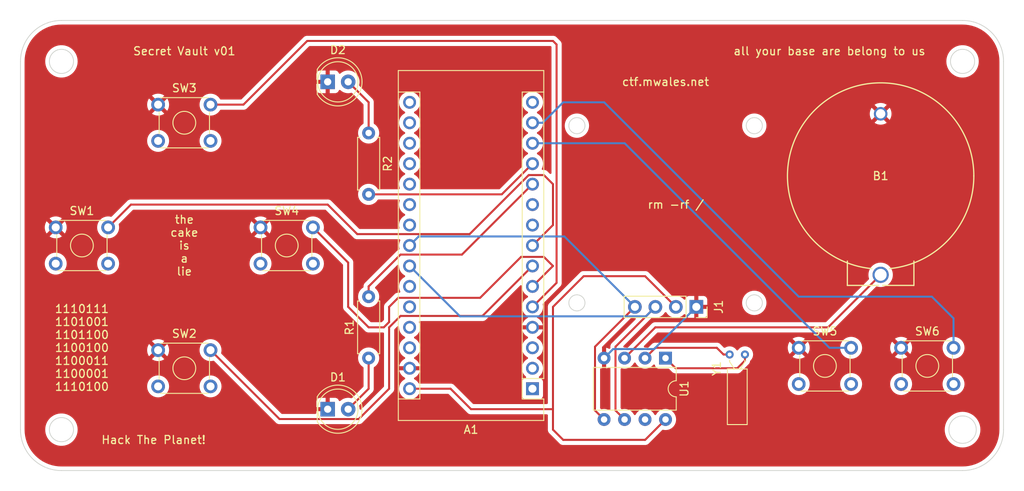
<source format=kicad_pcb>
(kicad_pcb (version 20211014) (generator pcbnew)
  (title_block (rev "v01") (comment 4 "Author: boot_force"))
  (layers (0 "F.Cu" signal) (31 "B.Cu" signal) (34 "B.Paste" user) (35 "F.Paste" user) (36 "B.SilkS" user "B.Silkscreen") (37 "F.SilkS" user "F.Silkscreen") (38 "B.Mask" user) (39 "F.Mask" user) (44 "Edge.Cuts" user))
  (net 0 "")
  (net 4 "OLED_GND")
  (net 5 "Net-(A1-Pad5)")
  (net 6 "Net-(A1-Pad6)")
  (net 7 "Net-(A1-Pad7)")
  (net 8 "Net-(A1-Pad8)")
  (net 11 "Net-(A1-Pad11)")
  (net 12 "Net-(A1-Pad12)")
  (net 13 "Net-(A1-Pad13)")
  (net 14 "Net-(A1-Pad14)")
  (net 23 "OLED_SDA")
  (net 24 "OLED_SCK")
  (net 29 "OLED_VDD")
  (net 30 "Net-(D1-Pad2)")
  (net 31 "Net-(D2-Pad2)")
  (net 32 "Net-(U1-Pad1)")
  (net 33 "Net-(U1-Pad2)")
  (net 34 "Net-(B1-Pad2)")
  (footprint "Connector_PinSocket_2.54mm:PinSocket_1x04_P2.54mm_Vertical" (layer "F.Cu") (at 144.78 106.68 -90)
    (fp_text reference "J1" (at 0 -2.77 90) (layer "F.SilkS"))
    (fp_text value "Conn_01x04_Female")
    (fp_line (start 0 -1.33) (end 1.33 -1.33) (layer "F.SilkS") (width 0.12))
    (fp_line (start 1.33 -1.33) (end 1.33 0) (layer "F.SilkS") (width 0.12))
    (fp_line (start -1.33 1.27) (end -1.33 8.95) (layer "F.SilkS") (width 0.12))
    (fp_line (start -1.33 1.27) (end 1.33 1.27) (layer "F.SilkS") (width 0.12))
    (fp_line (start -1.33 8.95) (end 1.33 8.95) (layer "F.SilkS") (width 0.12))
    (fp_line (start 1.33 1.27) (end 1.33 8.95) (layer "F.SilkS") (width 0.12))
    (pad "1" thru_hole rect (at 0 0 270) (size 1.7 1.7) (drill 1) (layers *.Cu *.Mask) (net 4 "OLED_GND"))
    (pad "2" thru_hole oval (at 0 2.54 270) (size 1.7 1.7) (drill 1) (layers *.Cu *.Mask) (net 29 "OLED_VDD"))
    (pad "3" thru_hole oval (at 0 5.08 270) (size 1.7 1.7) (drill 1) (layers *.Cu *.Mask) (net 24 "OLED_SCK"))
    (pad "4" thru_hole oval (at 0 7.62 270) (size 1.7 1.7) (drill 1) (layers *.Cu *.Mask) (net 23 "OLED_SDA"))
  )
  (footprint "Package_DIP:DIP-8_W7.62mm" (layer "F.Cu") (at 140.96 113.04 -90)
    (fp_text reference "U1" (at 3.81 -2.33 90) (layer "F.SilkS"))
    (fp_text value "DS1307N+")
    (fp_line (start 6.46 8.95) (end 6.46 -1.33) (layer "F.SilkS") (width 0.12))
    (fp_line (start 1.16 8.95) (end 6.46 8.95) (layer "F.SilkS") (width 0.12))
    (fp_line (start 6.46 -1.33) (end 4.81 -1.33) (layer "F.SilkS") (width 0.12))
    (fp_line (start 1.16 -1.33) (end 1.16 8.95) (layer "F.SilkS") (width 0.12))
    (fp_line (start 2.81 -1.33) (end 1.16 -1.33) (layer "F.SilkS") (width 0.12))
    (fp_arc (start 4.81 -1.33) (mid 3.81 -0.33) (end 2.81 -1.33) (layer "F.SilkS") (width 0.12))
    (pad "1" thru_hole rect (at 0 0 270) (size 1.6 1.6) (drill 0.8) (layers *.Cu *.Mask) (net 32 "Net-(U1-Pad1)"))
    (pad "2" thru_hole oval (at 0 2.54 270) (size 1.6 1.6) (drill 0.8) (layers *.Cu *.Mask) (net 33 "Net-(U1-Pad2)"))
    (pad "3" thru_hole oval (at 0 5.08 270) (size 1.6 1.6) (drill 0.8) (layers *.Cu *.Mask) (net 34 "Net-(B1-Pad2)"))
    (pad "4" thru_hole oval (at 0 7.62 270) (size 1.6 1.6) (drill 0.8) (layers *.Cu *.Mask) (net 4 "OLED_GND"))
    (pad "5" thru_hole oval (at 7.62 7.62 270) (size 1.6 1.6) (drill 0.8) (layers *.Cu *.Mask) (net 23 "OLED_SDA"))
    (pad "6" thru_hole oval (at 7.62 5.08 270) (size 1.6 1.6) (drill 0.8) (layers *.Cu *.Mask) (net 24 "OLED_SCK"))
    (pad "7" thru_hole oval (at 7.62 2.54 270) (size 1.6 1.6) (drill 0.8) (layers *.Cu *.Mask))
    (pad "8" thru_hole oval (at 7.62 0 270) (size 1.6 1.6) (drill 0.8) (layers *.Cu *.Mask) (net 29 "OLED_VDD"))
  )
  (footprint "Button_Switch_THT:SW_TH_Tactile_Omron_B3F-10xx" (layer "F.Cu") (at 78.03 112.05)
    (fp_text reference "SW2" (at 3.25 -2.05) (layer "F.SilkS"))
    (fp_text value "SW_Push")
    (fp_line (start 0.28 -0.87) (end 6.22 -0.87) (layer "F.SilkS") (width 0.12))
    (fp_line (start 0.28 5.37) (end 6.22 5.37) (layer "F.SilkS") (width 0.12))
    (fp_line (start 6.37 0.91) (end 6.37 3.59) (layer "F.SilkS") (width 0.12))
    (fp_line (start 0.13 3.59) (end 0.13 0.91) (layer "F.SilkS") (width 0.12))
    (fp_circle (center 3.25 2.25) (end 4.25 3.25) (layer "F.SilkS") (width 0.12) (fill none))
    (pad "1" thru_hole circle (at 0 0) (size 1.7 1.7) (drill 1) (layers *.Cu *.Mask) (net 4 "OLED_GND"))
    (pad "2" thru_hole circle (at 6.5 0) (size 1.7 1.7) (drill 1) (layers *.Cu *.Mask) (net 7 "Net-(A1-Pad7)"))
    (pad "3" thru_hole circle (at 0 4.5) (size 1.7 1.7) (drill 1) (layers *.Cu *.Mask))
    (pad "4" thru_hole circle (at 6.5 4.5) (size 1.7 1.7) (drill 1) (layers *.Cu *.Mask))
  )
  (footprint "Button_Switch_THT:SW_TH_Tactile_Omron_B3F-10xx" (layer "F.Cu") (at 78.03 81.57)
    (fp_text reference "SW3" (at 3.25 -2.05) (layer "F.SilkS"))
    (fp_text value "SW_Push")
    (fp_line (start 0.13 3.59) (end 0.13 0.91) (layer "F.SilkS") (width 0.12))
    (fp_line (start 6.37 0.91) (end 6.37 3.59) (layer "F.SilkS") (width 0.12))
    (fp_line (start 0.28 5.37) (end 6.22 5.37) (layer "F.SilkS") (width 0.12))
    (fp_line (start 0.28 -0.87) (end 6.22 -0.87) (layer "F.SilkS") (width 0.12))
    (fp_circle (center 3.25 2.25) (end 4.25 3.25) (layer "F.SilkS") (width 0.12) (fill none))
    (pad "1" thru_hole circle (at 0 0) (size 1.7 1.7) (drill 1) (layers *.Cu *.Mask) (net 4 "OLED_GND"))
    (pad "2" thru_hole circle (at 6.5 0) (size 1.7 1.7) (drill 1) (layers *.Cu *.Mask) (net 5 "Net-(A1-Pad5)"))
    (pad "3" thru_hole circle (at 0 4.5) (size 1.7 1.7) (drill 1) (layers *.Cu *.Mask))
    (pad "4" thru_hole circle (at 6.5 4.5) (size 1.7 1.7) (drill 1) (layers *.Cu *.Mask))
  )
  (footprint "Resistor_THT:R_Axial_DIN0207_L6.3mm_D2.5mm_P7.62mm_Horizontal" (layer "F.Cu") (at 104.14 85.09 -90)
    (fp_text reference "R2" (at 3.81 -2.37 90) (layer "F.SilkS"))
    (fp_text value "330")
    (fp_line (start 0.54 1.37) (end 7.08 1.37) (layer "F.SilkS") (width 0.12))
    (fp_line (start 0.54 -1.37) (end 7.08 -1.37) (layer "F.SilkS") (width 0.12))
    (fp_line (start 7.08 -1.37) (end 7.08 -1.04) (layer "F.SilkS") (width 0.12))
    (fp_line (start 0.54 -1.04) (end 0.54 -1.37) (layer "F.SilkS") (width 0.12))
    (fp_line (start 7.08 1.37) (end 7.08 1.04) (layer "F.SilkS") (width 0.12))
    (fp_line (start 0.54 1.04) (end 0.54 1.37) (layer "F.SilkS") (width 0.12))
    (pad "1" thru_hole circle (at 0 0 270) (size 1.6 1.6) (drill 0.8) (layers *.Cu *.Mask) (net 31 "Net-(D2-Pad2)"))
    (pad "2" thru_hole oval (at 7.62 0 270) (size 1.6 1.6) (drill 0.8) (layers *.Cu *.Mask) (net 12 "Net-(A1-Pad12)"))
  )
  (footprint "Button_Switch_THT:SW_TH_Tactile_Omron_B3F-10xx" (layer "F.Cu") (at 170.18 111.76)
    (fp_text reference "SW6" (at 3.25 -2.05) (layer "F.SilkS"))
    (fp_text value "SW_Push")
    (fp_line (start 0.13 3.59) (end 0.13 0.91) (layer "F.SilkS") (width 0.12))
    (fp_line (start 6.37 0.91) (end 6.37 3.59) (layer "F.SilkS") (width 0.12))
    (fp_line (start 0.28 -0.87) (end 6.22 -0.87) (layer "F.SilkS") (width 0.12))
    (fp_line (start 0.28 5.37) (end 6.22 5.37) (layer "F.SilkS") (width 0.12))
    (fp_circle (center 3.25 2.25) (end 4.25 3.25) (layer "F.SilkS") (width 0.12) (fill none))
    (pad "1" thru_hole circle (at 0 0) (size 1.7 1.7) (drill 1) (layers *.Cu *.Mask) (net 4 "OLED_GND"))
    (pad "2" thru_hole circle (at 6.5 0) (size 1.7 1.7) (drill 1) (layers *.Cu *.Mask) (net 14 "Net-(A1-Pad14)"))
    (pad "3" thru_hole circle (at 0 4.5) (size 1.7 1.7) (drill 1) (layers *.Cu *.Mask))
    (pad "4" thru_hole circle (at 6.5 4.5) (size 1.7 1.7) (drill 1) (layers *.Cu *.Mask))
  )
  (footprint "Crystal:Crystal_C26-LF_D2.1mm_L6.5mm_Horizontal" (layer "F.Cu") (at 148.91 112.59)
    (fp_text reference "Y1" (at -1.6 1.75 90) (layer "F.SilkS"))
    (fp_text value "Crystal")
    (fp_line (start 0.6 1.8) (end 0 0.9) (layer "F.SilkS") (width 0.12))
    (fp_line (start 0 0.9) (end 0 0.7) (layer "F.SilkS") (width 0.12))
    (fp_line (start 2.18 8.7) (end 2.18 1.8) (layer "F.SilkS") (width 0.12))
    (fp_line (start 1.3 1.8) (end 1.9 0.9) (layer "F.SilkS") (width 0.12))
    (fp_line (start 1.9 0.9) (end 1.9 0.7) (layer "F.SilkS") (width 0.12))
    (fp_line (start -0.28 8.7) (end 2.18 8.7) (layer "F.SilkS") (width 0.12))
    (fp_line (start 2.18 1.8) (end -0.28 1.8) (layer "F.SilkS") (width 0.12))
    (fp_line (start -0.28 1.8) (end -0.28 8.7) (layer "F.SilkS") (width 0.12))
    (pad "1" thru_hole circle (at 0 0) (size 1 1) (drill 0.5) (layers *.Cu *.Mask) (net 33 "Net-(U1-Pad2)"))
    (pad "2" thru_hole circle (at 1.9 0) (size 1 1) (drill 0.5) (layers *.Cu *.Mask) (net 32 "Net-(U1-Pad1)"))
  )
  (footprint "bs7batt:BS-7_MPD" (layer "F.Cu") (at 167.64 82.709)
    (fp_text reference "B1" (at 0 7.715 unlocked) (layer "F.SilkS"))
    (fp_text value "BS-7")
    (fp_line (start 4.1275 21.304) (end 4.1275 18.283825) (layer "F.SilkS") (width 0.1524))
    (fp_line (start -4.1275 21.304) (end -0.240585 21.304) (layer "F.SilkS") (width 0.1524))
    (fp_line (start -4.1275 18.283825) (end -4.1275 21.304) (layer "F.SilkS") (width 0.1524))
    (fp_line (start 0.240585 21.304) (end 4.1275 21.304) (layer "F.SilkS") (width 0.1524))
    (fp_arc (start -1.092168 19.220278) (mid -7.776312 -0.834457) (end 11.557 7.715) (layer "F.SilkS") (width 0.1524))
    (fp_arc (start 11.557 7.715006) (mid 8.549455 15.491315) (end 1.092168 19.220278) (layer "F.SilkS") (width 0.1524))
    (pad "1" thru_hole circle (at 0 0) (size 1.6764 1.6764) (drill 1.1684) (layers *.Cu *.Mask) (net 4 "OLED_GND"))
    (pad "2" thru_hole circle (at 0 19.9898) (size 2.0066 2.0066) (drill 1.4986) (layers *.Cu *.Mask) (net 34 "Net-(B1-Pad2)"))
  )
  (footprint "Button_Switch_THT:SW_TH_Tactile_Omron_B3F-10xx" (layer "F.Cu") (at 90.73 96.81)
    (fp_text reference "SW4" (at 3.25 -2.05) (layer "F.SilkS"))
    (fp_text value "SW_Push")
    (fp_line (start 0.28 -0.87) (end 6.22 -0.87) (layer "F.SilkS") (width 0.12))
    (fp_line (start 0.28 5.37) (end 6.22 5.37) (layer "F.SilkS") (width 0.12))
    (fp_line (start 0.13 3.59) (end 0.13 0.91) (layer "F.SilkS") (width 0.12))
    (fp_line (start 6.37 0.91) (end 6.37 3.59) (layer "F.SilkS") (width 0.12))
    (fp_circle (center 3.25 2.25) (end 4.25 3.25) (layer "F.SilkS") (width 0.12) (fill none))
    (pad "1" thru_hole circle (at 0 0) (size 1.7 1.7) (drill 1) (layers *.Cu *.Mask) (net 4 "OLED_GND"))
    (pad "2" thru_hole circle (at 6.5 0) (size 1.7 1.7) (drill 1) (layers *.Cu *.Mask) (net 6 "Net-(A1-Pad6)"))
    (pad "3" thru_hole circle (at 0 4.5) (size 1.7 1.7) (drill 1) (layers *.Cu *.Mask))
    (pad "4" thru_hole circle (at 6.5 4.5) (size 1.7 1.7) (drill 1) (layers *.Cu *.Mask))
  )
  (footprint "Button_Switch_THT:SW_TH_Tactile_Omron_B3F-10xx" (layer "F.Cu") (at 157.48 111.76)
    (fp_text reference "SW5" (at 3.25 -2.05) (layer "F.SilkS"))
    (fp_text value "SW_Push")
    (fp_line (start 6.37 0.91) (end 6.37 3.59) (layer "F.SilkS") (width 0.12))
    (fp_line (start 0.28 -0.87) (end 6.22 -0.87) (layer "F.SilkS") (width 0.12))
    (fp_line (start 0.13 3.59) (end 0.13 0.91) (layer "F.SilkS") (width 0.12))
    (fp_line (start 0.28 5.37) (end 6.22 5.37) (layer "F.SilkS") (width 0.12))
    (fp_circle (center 3.25 2.25) (end 4.25 3.25) (layer "F.SilkS") (width 0.12) (fill none))
    (pad "1" thru_hole circle (at 0 0) (size 1.7 1.7) (drill 1) (layers *.Cu *.Mask) (net 4 "OLED_GND"))
    (pad "2" thru_hole circle (at 6.5 0) (size 1.7 1.7) (drill 1) (layers *.Cu *.Mask) (net 13 "Net-(A1-Pad13)"))
    (pad "3" thru_hole circle (at 0 4.5) (size 1.7 1.7) (drill 1) (layers *.Cu *.Mask))
    (pad "4" thru_hole circle (at 6.5 4.5) (size 1.7 1.7) (drill 1) (layers *.Cu *.Mask))
  )
  (footprint "LED_THT:LED_D5.0mm" (layer "F.Cu") (at 99.06 119.38)
    (fp_text reference "D1" (at 1.27 -3.96) (layer "F.SilkS"))
    (fp_text value "GREEN LED")
    (fp_line (start -1.29 -1.545) (end -1.29 1.545) (layer "F.SilkS") (width 0.12))
    (fp_arc (start -1.29 -1.54483) (mid 2.072002 -2.880433) (end 4.26 0.000462) (layer "F.SilkS") (width 0.12))
    (fp_arc (start 4.26 -0.000462) (mid 2.072002 2.880433) (end -1.29 1.54483) (layer "F.SilkS") (width 0.12))
    (fp_circle (center 1.27 0) (end 3.77 0) (layer "F.SilkS") (width 0.12) (fill none))
    (pad "1" thru_hole rect (at 0 0) (size 1.8 1.8) (drill 0.9) (layers *.Cu *.Mask) (net 4 "OLED_GND"))
    (pad "2" thru_hole circle (at 2.54 0) (size 1.8 1.8) (drill 0.9) (layers *.Cu *.Mask) (net 30 "Net-(D1-Pad2)"))
  )
  (footprint "Button_Switch_THT:SW_TH_Tactile_Omron_B3F-10xx" (layer "F.Cu") (at 65.33 96.81)
    (fp_text reference "SW1" (at 3.25 -2.05) (layer "F.SilkS"))
    (fp_text value "SW_Push")
    (fp_line (start 6.37 0.91) (end 6.37 3.59) (layer "F.SilkS") (width 0.12))
    (fp_line (start 0.28 5.37) (end 6.22 5.37) (layer "F.SilkS") (width 0.12))
    (fp_line (start 0.13 3.59) (end 0.13 0.91) (layer "F.SilkS") (width 0.12))
    (fp_line (start 0.28 -0.87) (end 6.22 -0.87) (layer "F.SilkS") (width 0.12))
    (fp_circle (center 3.25 2.25) (end 4.25 3.25) (layer "F.SilkS") (width 0.12) (fill none))
    (pad "1" thru_hole circle (at 0 0) (size 1.7 1.7) (drill 1) (layers *.Cu *.Mask) (net 4 "OLED_GND"))
    (pad "2" thru_hole circle (at 6.5 0) (size 1.7 1.7) (drill 1) (layers *.Cu *.Mask) (net 8 "Net-(A1-Pad8)"))
    (pad "3" thru_hole circle (at 0 4.5) (size 1.7 1.7) (drill 1) (layers *.Cu *.Mask))
    (pad "4" thru_hole circle (at 6.5 4.5) (size 1.7 1.7) (drill 1) (layers *.Cu *.Mask))
  )
  (footprint "Module:Arduino_Nano" (layer "F.Cu") (at 124.46 116.84 180)
    (fp_text reference "A1" (at 7.62 -5.08) (layer "F.SilkS"))
    (fp_text value "Arduino_Nano_v3.x")
    (fp_line (start -1.4 39.5) (end 16.64 39.5) (layer "F.SilkS") (width 0.12))
    (fp_line (start -1.4 -3.94) (end -1.4 -1.27) (layer "F.SilkS") (width 0.12))
    (fp_line (start 1.27 1.27) (end -1.4 1.27) (layer "F.SilkS") (width 0.12))
    (fp_line (start 1.27 -1.27) (end -1.4 -1.27) (layer "F.SilkS") (width 0.12))
    (fp_line (start 16.64 -3.94) (end -1.4 -3.94) (layer "F.SilkS") (width 0.12))
    (fp_line (start 16.64 39.5) (end 16.64 -3.94) (layer "F.SilkS") (width 0.12))
    (fp_line (start 13.97 -1.27) (end 13.97 36.83) (layer "F.SilkS") (width 0.12))
    (fp_line (start 13.97 -1.27) (end 16.64 -1.27) (layer "F.SilkS") (width 0.12))
    (fp_line (start 1.27 36.83) (end -1.4 36.83) (layer "F.SilkS") (width 0.12))
    (fp_line (start -1.4 1.27) (end -1.4 39.5) (layer "F.SilkS") (width 0.12))
    (fp_line (start 13.97 36.83) (end 16.64 36.83) (layer "F.SilkS") (width 0.12))
    (fp_line (start 1.27 1.27) (end 1.27 -1.27) (layer "F.SilkS") (width 0.12))
    (fp_line (start 1.27 1.27) (end 1.27 36.83) (layer "F.SilkS") (width 0.12))
    (pad "1" thru_hole rect (at 0 0 180) (size 1.6 1.6) (drill 1) (layers *.Cu *.Mask))
    (pad "2" thru_hole oval (at 0 2.54 180) (size 1.6 1.6) (drill 1) (layers *.Cu *.Mask))
    (pad "3" thru_hole oval (at 0 5.08 180) (size 1.6 1.6) (drill 1) (layers *.Cu *.Mask))
    (pad "4" thru_hole oval (at 0 7.62 180) (size 1.6 1.6) (drill 1) (layers *.Cu *.Mask) (net 4 "OLED_GND"))
    (pad "5" thru_hole oval (at 0 10.16 180) (size 1.6 1.6) (drill 1) (layers *.Cu *.Mask) (net 5 "Net-(A1-Pad5)"))
    (pad "6" thru_hole oval (at 0 12.7 180) (size 1.6 1.6) (drill 1) (layers *.Cu *.Mask) (net 6 "Net-(A1-Pad6)"))
    (pad "7" thru_hole oval (at 0 15.24 180) (size 1.6 1.6) (drill 1) (layers *.Cu *.Mask) (net 7 "Net-(A1-Pad7)"))
    (pad "8" thru_hole oval (at 0 17.78 180) (size 1.6 1.6) (drill 1) (layers *.Cu *.Mask) (net 8 "Net-(A1-Pad8)"))
    (pad "9" thru_hole oval (at 0 20.32 180) (size 1.6 1.6) (drill 1) (layers *.Cu *.Mask))
    (pad "10" thru_hole oval (at 0 22.86 180) (size 1.6 1.6) (drill 1) (layers *.Cu *.Mask))
    (pad "11" thru_hole oval (at 0 25.4 180) (size 1.6 1.6) (drill 1) (layers *.Cu *.Mask) (net 11 "Net-(A1-Pad11)"))
    (pad "12" thru_hole oval (at 0 27.94 180) (size 1.6 1.6) (drill 1) (layers *.Cu *.Mask) (net 12 "Net-(A1-Pad12)"))
    (pad "13" thru_hole oval (at 0 30.48 180) (size 1.6 1.6) (drill 1) (layers *.Cu *.Mask) (net 13 "Net-(A1-Pad13)"))
    (pad "14" thru_hole oval (at 0 33.02 180) (size 1.6 1.6) (drill 1) (layers *.Cu *.Mask) (net 14 "Net-(A1-Pad14)"))
    (pad "15" thru_hole oval (at 0 35.56 180) (size 1.6 1.6) (drill 1) (layers *.Cu *.Mask))
    (pad "16" thru_hole oval (at 15.24 35.56 180) (size 1.6 1.6) (drill 1) (layers *.Cu *.Mask))
    (pad "17" thru_hole oval (at 15.24 33.02 180) (size 1.6 1.6) (drill 1) (layers *.Cu *.Mask))
    (pad "18" thru_hole oval (at 15.24 30.48 180) (size 1.6 1.6) (drill 1) (layers *.Cu *.Mask))
    (pad "19" thru_hole oval (at 15.24 27.94 180) (size 1.6 1.6) (drill 1) (layers *.Cu *.Mask))
    (pad "20" thru_hole oval (at 15.24 25.4 180) (size 1.6 1.6) (drill 1) (layers *.Cu *.Mask))
    (pad "21" thru_hole oval (at 15.24 22.86 180) (size 1.6 1.6) (drill 1) (layers *.Cu *.Mask))
    (pad "22" thru_hole oval (at 15.24 20.32 180) (size 1.6 1.6) (drill 1) (layers *.Cu *.Mask))
    (pad "23" thru_hole oval (at 15.24 17.78 180) (size 1.6 1.6) (drill 1) (layers *.Cu *.Mask) (net 23 "OLED_SDA"))
    (pad "24" thru_hole oval (at 15.24 15.24 180) (size 1.6 1.6) (drill 1) (layers *.Cu *.Mask) (net 24 "OLED_SCK"))
    (pad "25" thru_hole oval (at 15.24 12.7 180) (size 1.6 1.6) (drill 1) (layers *.Cu *.Mask))
    (pad "26" thru_hole oval (at 15.24 10.16 180) (size 1.6 1.6) (drill 1) (layers *.Cu *.Mask))
    (pad "27" thru_hole oval (at 15.24 7.62 180) (size 1.6 1.6) (drill 1) (layers *.Cu *.Mask))
    (pad "28" thru_hole oval (at 15.24 5.08 180) (size 1.6 1.6) (drill 1) (layers *.Cu *.Mask))
    (pad "29" thru_hole oval (at 15.24 2.54 180) (size 1.6 1.6) (drill 1) (layers *.Cu *.Mask) (net 4 "OLED_GND"))
    (pad "30" thru_hole oval (at 15.24 0 180) (size 1.6 1.6) (drill 1) (layers *.Cu *.Mask) (net 29 "OLED_VDD"))
  )
  (footprint "Resistor_THT:R_Axial_DIN0207_L6.3mm_D2.5mm_P7.62mm_Horizontal" (layer "F.Cu") (at 104.14 113.03 90)
    (fp_text reference "R1" (at 3.81 -2.37 90) (layer "F.SilkS"))
    (fp_text value "220")
    (fp_line (start 7.08 -1.37) (end 7.08 -1.04) (layer "F.SilkS") (width 0.12))
    (fp_line (start 7.08 1.37) (end 7.08 1.04) (layer "F.SilkS") (width 0.12))
    (fp_line (start 0.54 1.04) (end 0.54 1.37) (layer "F.SilkS") (width 0.12))
    (fp_line (start 0.54 -1.04) (end 0.54 -1.37) (layer "F.SilkS") (width 0.12))
    (fp_line (start 0.54 1.37) (end 7.08 1.37) (layer "F.SilkS") (width 0.12))
    (fp_line (start 0.54 -1.37) (end 7.08 -1.37) (layer "F.SilkS") (width 0.12))
    (pad "1" thru_hole circle (at 0 0 90) (size 1.6 1.6) (drill 0.8) (layers *.Cu *.Mask) (net 30 "Net-(D1-Pad2)"))
    (pad "2" thru_hole oval (at 7.62 0 90) (size 1.6 1.6) (drill 0.8) (layers *.Cu *.Mask) (net 11 "Net-(A1-Pad11)"))
  )
  (footprint "LED_THT:LED_D5.0mm" (layer "F.Cu") (at 99.06 78.74)
    (fp_text reference "D2" (at 1.27 -3.96) (layer "F.SilkS"))
    (fp_text value "RED LED")
    (fp_line (start -1.29 -1.545) (end -1.29 1.545) (layer "F.SilkS") (width 0.12))
    (fp_arc (start 4.26 -0.000462) (mid 2.072002 2.880433) (end -1.29 1.54483) (layer "F.SilkS") (width 0.12))
    (fp_arc (start -1.29 -1.54483) (mid 2.072002 -2.880433) (end 4.26 0.000462) (layer "F.SilkS") (width 0.12))
    (fp_circle (center 1.27 0) (end 3.77 0) (layer "F.SilkS") (width 0.12) (fill none))
    (pad "1" thru_hole rect (at 0 0) (size 1.8 1.8) (drill 0.9) (layers *.Cu *.Mask) (net 4 "OLED_GND"))
    (pad "2" thru_hole circle (at 2.54 0) (size 1.8 1.8) (drill 0.9) (layers *.Cu *.Mask) (net 31 "Net-(D2-Pad2)"))
  )
  (gr_line (start 66.04 71.12) (end 177.8 71.12) (layer "Edge.Cuts") (width 0.1))
  (gr_circle (center 66.040002 76.200002) (end 67.540002 76.200002) (layer "Edge.Cuts") (width 0.1) (fill none))
  (gr_circle (center 151.97 84.18) (end 152.97 84.18) (layer "Edge.Cuts") (width 0.1) (fill none))
  (gr_line (start 60.96 121.92) (end 60.96 76.2) (layer "Edge.Cuts") (width 0.1))
  (gr_arc (start 66.04 127) (mid 62.447898 125.512102) (end 60.96 121.92) (layer "Edge.Cuts") (width 0.1))
  (gr_arc (start 60.96 76.2) (mid 62.447898 72.607898) (end 66.04 71.12) (layer "Edge.Cuts") (width 0.1))
  (gr_arc (start 177.8 71.12) (mid 181.392102 72.607898) (end 182.88 76.2) (layer "Edge.Cuts") (width 0.1))
  (gr_circle (center 129.97 84.18) (end 130.97 84.18) (layer "Edge.Cuts") (width 0.1) (fill none))
  (gr_line (start 182.88 76.2) (end 182.88 121.92) (layer "Edge.Cuts") (width 0.1))
  (gr_circle (center 129.97 106.18) (end 130.97 106.18) (layer "Edge.Cuts") (width 0.1) (fill none))
  (gr_line (start 177.8 127) (end 66.04 127) (layer "Edge.Cuts") (width 0.1))
  (gr_circle (center 177.799998 76.200002) (end 179.299998 76.200002) (layer "Edge.Cuts") (width 0.1) (fill none))
  (gr_circle (center 177.799998 121.919998) (end 179.5 122) (layer "Edge.Cuts") (width 0.1) (fill none))
  (gr_circle (center 66.040002 121.919998) (end 67.540002 121.919998) (layer "Edge.Cuts") (width 0.1) (fill none))
  (gr_arc (start 182.88 121.92) (mid 181.392102 125.512102) (end 177.8 127) (layer "Edge.Cuts") (width 0.1))
  (gr_circle (center 151.97 106.18) (end 152.97 106.18) (layer "Edge.Cuts") (width 0.1) (fill none))
  (gr_text "rm -rf /" (at 142.24 93.98) (layer "F.SilkS") (effects (font (size 1 1))))
  (gr_text "Secret Vault v01" (at 81.28 74.93) (layer "F.SilkS") (effects (font (size 1 1))))
  (gr_text "the\ncake\nis\na\nlie" (at 81.28 99.06) (layer "F.SilkS") (effects (font (size 1 1))))
  (gr_text "1110111\n1101001\n1101100\n1100100\n1100011\n1100001\n1110100\n" (at 68.58 111.76) (layer "F.SilkS") (effects (font (size 1 1))))
  (gr_text "Hack The Planet!" (at 77.47 123.19) (layer "F.SilkS") (effects (font (size 1 1))))
  (gr_text "ctf.mwales.net" (at 140.97 78.74) (layer "F.SilkS") (effects (font (size 1 1))))
  (gr_text "all your base are belong to us" (at 161.29 74.93) (layer "F.SilkS") (effects (font (size 1 1))))
  (segment (start 144.78 106.68) (end 139.544511 111.915489) (width 0.25) (layer "B.Cu") (net 4))
  (segment (start 139.544511 111.915489) (end 134.464511 111.915489) (width 0.25) (layer "B.Cu") (net 4))
  (segment (start 134.464511 111.915489) (end 133.34 113.04) (width 0.25) (layer "B.Cu") (net 4))
  (segment (start 88.61 81.57) (end 96.52 73.66) (width 0.25) (layer "F.Cu") (net 5))
  (segment (start 127.44952 103.69048) (end 124.46 106.68) (width 0.25) (layer "F.Cu") (net 5))
  (segment (start 96.52 73.66) (end 127 73.66) (width 0.25) (layer "F.Cu") (net 5))
  (segment (start 127.44952 74.10952) (end 127.44952 103.69048) (width 0.25) (layer "F.Cu") (net 5))
  (segment (start 127 73.66) (end 127.44952 74.10952) (width 0.25) (layer "F.Cu") (net 5))
  (segment (start 84.53 81.57) (end 88.61 81.57) (width 0.25) (layer "F.Cu") (net 5))
  (segment (start 101.6 106.68) (end 104.14 109.22) (width 0.25) (layer "F.Cu") (net 6))
  (segment (start 125.875489 100.475489) (end 127 101.6) (width 0.25) (layer "F.Cu") (net 6))
  (segment (start 107.804511 105.555489) (end 117.964511 105.555489) (width 0.25) (layer "F.Cu") (net 6))
  (segment (start 104.14 109.22) (end 106.021278 109.22) (width 0.25) (layer "F.Cu") (net 6))
  (segment (start 127 101.6) (end 124.46 104.14) (width 0.25) (layer "F.Cu") (net 6))
  (segment (start 106.68 106.68) (end 107.804511 105.555489) (width 0.25) (layer "F.Cu") (net 6))
  (segment (start 101.6 101.18) (end 101.6 106.68) (width 0.25) (layer "F.Cu") (net 6))
  (segment (start 97.23 96.81) (end 101.6 101.18) (width 0.25) (layer "F.Cu") (net 6))
  (segment (start 106.68 108.561278) (end 106.68 106.68) (width 0.25) (layer "F.Cu") (net 6))
  (segment (start 123.044511 100.475489) (end 125.875489 100.475489) (width 0.25) (layer "F.Cu") (net 6))
  (segment (start 106.021278 109.22) (end 106.68 108.561278) (width 0.25) (layer "F.Cu") (net 6))
  (segment (start 117.964511 105.555489) (end 123.044511 100.475489) (width 0.25) (layer "F.Cu") (net 6))
  (segment (start 118.255489 107.804511) (end 124.46 101.6) (width 0.25) (layer "F.Cu") (net 7))
  (segment (start 106.68 109.22) (end 108.095489 107.804511) (width 0.25) (layer "F.Cu") (net 7))
  (segment (start 84.53 112.05) (end 93.084511 120.604511) (width 0.25) (layer "F.Cu") (net 7))
  (segment (start 106.68 116.84) (end 106.68 109.22) (width 0.25) (layer "F.Cu") (net 7))
  (segment (start 93.084511 120.604511) (end 102.915489 120.604511) (width 0.25) (layer "F.Cu") (net 7))
  (segment (start 108.095489 107.804511) (end 118.255489 107.804511) (width 0.25) (layer "F.Cu") (net 7))
  (segment (start 102.915489 120.604511) (end 106.68 116.84) (width 0.25) (layer "F.Cu") (net 7))
  (segment (start 71.83 96.81) (end 74.66 93.98) (width 0.25) (layer "F.Cu") (net 8))
  (segment (start 74.66 93.98) (end 99.06 93.98) (width 0.25) (layer "F.Cu") (net 8))
  (segment (start 127 91.44) (end 127 96.52) (width 0.25) (layer "F.Cu") (net 8))
  (segment (start 123.994211 90.315489) (end 125.875489 90.315489) (width 0.25) (layer "F.Cu") (net 8))
  (segment (start 125.875489 90.315489) (end 127 91.44) (width 0.25) (layer "F.Cu") (net 8))
  (segment (start 99.06 93.98) (end 102.724511 97.644511) (width 0.25) (layer "F.Cu") (net 8))
  (segment (start 116.665189 97.644511) (end 123.994211 90.315489) (width 0.25) (layer "F.Cu") (net 8))
  (segment (start 102.724511 97.644511) (end 116.665189 97.644511) (width 0.25) (layer "F.Cu") (net 8))
  (segment (start 127 96.52) (end 124.46 99.06) (width 0.25) (layer "F.Cu") (net 8))
  (segment (start 104.14 104.14) (end 108.095489 100.184511) (width 0.25) (layer "F.Cu") (net 11))
  (segment (start 104.14 105.41) (end 104.14 104.14) (width 0.25) (layer "F.Cu") (net 11))
  (segment (start 108.095489 100.184511) (end 115.715489 100.184511) (width 0.25) (layer "F.Cu") (net 11))
  (segment (start 115.715489 100.184511) (end 124.46 91.44) (width 0.25) (layer "F.Cu") (net 11))
  (segment (start 104.14 92.71) (end 120.65 92.71) (width 0.25) (layer "F.Cu") (net 12))
  (segment (start 120.65 92.71) (end 124.46 88.9) (width 0.25) (layer "F.Cu") (net 12))
  (segment (start 135.89 86.36) (end 124.46 86.36) (width 0.25) (layer "B.Cu") (net 13))
  (segment (start 163.98 111.76) (end 161.29 111.76) (width 0.25) (layer "B.Cu") (net 13))
  (segment (start 161.29 111.76) (end 135.89 86.36) (width 0.25) (layer "B.Cu") (net 13))
  (segment (start 173.99 105.41) (end 157.48 105.41) (width 0.25) (layer "B.Cu") (net 14))
  (segment (start 176.68 111.76) (end 176.68 108.1) (width 0.25) (layer "B.Cu") (net 14))
  (segment (start 133.35 81.28) (end 128.27 81.28) (width 0.25) (layer "B.Cu") (net 14))
  (segment (start 157.48 105.41) (end 133.35 81.28) (width 0.25) (layer "B.Cu") (net 14))
  (segment (start 125.73 83.82) (end 124.46 83.82) (width 0.25) (layer "B.Cu") (net 14))
  (segment (start 176.68 108.1) (end 173.99 105.41) (width 0.25) (layer "B.Cu") (net 14))
  (segment (start 128.27 81.28) (end 125.73 83.82) (width 0.25) (layer "B.Cu") (net 14))
  (segment (start 132.215489 111.624511) (end 132.215489 116.704511) (width 0.25) (layer "F.Cu") (net 23))
  (segment (start 132.215489 116.704511) (end 132.215489 119.535489) (width 0.25) (layer "F.Cu") (net 23))
  (segment (start 132.215489 119.535489) (end 133.34 120.66) (width 0.25) (layer "F.Cu") (net 23))
  (segment (start 137.16 106.68) (end 132.215489 111.624511) (width 0.25) (layer "F.Cu") (net 23))
  (segment (start 110.344511 97.935489) (end 109.22 99.06) (width 0.25) (layer "B.Cu") (net 23))
  (segment (start 128.415489 97.935489) (end 110.344511 97.935489) (width 0.25) (layer "B.Cu") (net 23))
  (segment (start 137.16 106.68) (end 128.415489 97.935489) (width 0.25) (layer "B.Cu") (net 23))
  (segment (start 139.7 106.68) (end 134.755489 111.624511) (width 0.25) (layer "F.Cu") (net 24))
  (segment (start 134.755489 119.535489) (end 135.88 120.66) (width 0.25) (layer "F.Cu") (net 24))
  (segment (start 134.755489 111.624511) (end 134.755489 119.535489) (width 0.25) (layer "F.Cu") (net 24))
  (segment (start 115.474511 107.854511) (end 109.22 101.6) (width 0.25) (layer "B.Cu") (net 24))
  (segment (start 139.7 106.68) (end 138.525489 107.854511) (width 0.25) (layer "B.Cu") (net 24))
  (segment (start 138.525489 107.854511) (end 115.474511 107.854511) (width 0.25) (layer "B.Cu") (net 24))
  (segment (start 128.27 123.19) (end 138.43 123.19) (width 0.25) (layer "F.Cu") (net 29))
  (segment (start 127 121.92) (end 128.27 123.19) (width 0.25) (layer "F.Cu") (net 29))
  (segment (start 127 119.38) (end 127 121.92) (width 0.25) (layer "F.Cu") (net 29))
  (segment (start 114.3 116.84) (end 116.84 119.38) (width 0.25) (layer "F.Cu") (net 29))
  (segment (start 142.24 106.68) (end 138.43 102.87) (width 0.25) (layer "F.Cu") (net 29))
  (segment (start 138.43 123.19) (end 140.96 120.66) (width 0.25) (layer "F.Cu") (net 29))
  (segment (start 109.22 116.84) (end 114.3 116.84) (width 0.25) (layer "F.Cu") (net 29))
  (segment (start 138.43 102.87) (end 130.81 102.87) (width 0.25) (layer "F.Cu") (net 29))
  (segment (start 127 106.68) (end 127 119.38) (width 0.25) (layer "F.Cu") (net 29))
  (segment (start 130.81 102.87) (end 127 106.68) (width 0.25) (layer "F.Cu") (net 29))
  (segment (start 116.84 119.38) (end 127 119.38) (width 0.25) (layer "F.Cu") (net 29))
  (segment (start 104.14 116.84) (end 101.6 119.38) (width 0.25) (layer "F.Cu") (net 30))
  (segment (start 104.14 113.03) (end 104.14 116.84) (width 0.25) (layer "F.Cu") (net 30))
  (segment (start 104.14 81.28) (end 101.6 78.74) (width 0.25) (layer "F.Cu") (net 31))
  (segment (start 104.14 85.09) (end 104.14 81.28) (width 0.25) (layer "F.Cu") (net 31))
  (segment (start 149.86 114.3) (end 142.22 114.3) (width 0.25) (layer "F.Cu") (net 32))
  (segment (start 150.81 113.35) (end 149.86 114.3) (width 0.25) (layer "F.Cu") (net 32))
  (segment (start 142.22 114.3) (end 140.96 113.04) (width 0.25) (layer "F.Cu") (net 32))
  (segment (start 150.81 112.59) (end 150.81 113.35) (width 0.25) (layer "F.Cu") (net 32))
  (segment (start 148.91 112.59) (end 148.15 112.59) (width 0.25) (layer "F.Cu") (net 33))
  (segment (start 147.32 111.76) (end 139.7 111.76) (width 0.25) (layer "F.Cu") (net 33))
  (segment (start 148.15 112.59) (end 147.32 111.76) (width 0.25) (layer "F.Cu") (net 33))
  (segment (start 139.7 111.76) (end 138.42 113.04) (width 0.25) (layer "F.Cu") (net 33))
  (segment (start 161.1188 109.22) (end 167.64 102.6988) (width 0.25) (layer "F.Cu") (net 34))
  (segment (start 135.88 113.04) (end 139.7 109.22) (width 0.25) (layer "F.Cu") (net 34))
  (segment (start 139.7 109.22) (end 161.1188 109.22) (width 0.25) (layer "F.Cu") (net 34))
  (zone (net 4) (net_name "OLED_GND") (layer "F.Cu") (connect_pads (clearance 0.508)) (min_thickness 0.254) (fill yes (thermal_gap 0.508) (thermal_bridge_width 0.508))
    (polygon (pts (xy 185.42 129.54) (xy 58.42 129.54) (xy 58.42 68.58) (xy 185.42 68.58)))
  )
)
</source>
